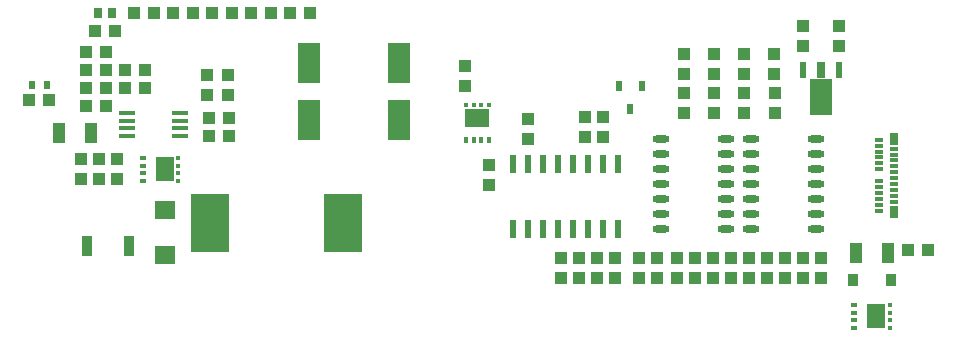
<source format=gtp>
G04*
G04 #@! TF.GenerationSoftware,Altium Limited,Altium Designer,20.1.14 (287)*
G04*
G04 Layer_Color=8421504*
%FSLAX25Y25*%
%MOIN*%
G70*
G04*
G04 #@! TF.SameCoordinates,CBDBEFF8-9AEE-4DE1-B039-B0D643503B7D*
G04*
G04*
G04 #@! TF.FilePolarity,Positive*
G04*
G01*
G75*
%ADD18R,0.12795X0.19685*%
%ADD19R,0.03937X0.04331*%
%ADD20R,0.02362X0.03150*%
%ADD21R,0.02362X0.01378*%
%ADD22R,0.01181X0.01378*%
%ADD23R,0.06221X0.08071*%
%ADD24R,0.03347X0.04134*%
%ADD25R,0.04331X0.06693*%
%ADD26R,0.04331X0.03937*%
%ADD27R,0.03150X0.03543*%
%ADD28R,0.02165X0.05807*%
%ADD29R,0.03150X0.05807*%
%ADD30R,0.07284X0.12303*%
%ADD31R,0.03543X0.07087*%
%ADD32R,0.07284X0.13386*%
%ADD33R,0.02362X0.05906*%
%ADD34O,0.05709X0.02362*%
%ADD35R,0.07087X0.06299*%
%ADD36R,0.07087X0.06299*%
%ADD37R,0.05709X0.01772*%
%ADD38R,0.08071X0.06221*%
%ADD39R,0.01378X0.01181*%
%ADD40R,0.01378X0.02362*%
%ADD41R,0.02756X0.01181*%
%ADD42R,0.02756X0.03937*%
%ADD43R,0.01968X0.03740*%
D18*
X100854Y43000D02*
D03*
X145146D02*
D03*
D19*
X289063Y79748D02*
D03*
Y86441D02*
D03*
X279000Y79654D02*
D03*
Y86347D02*
D03*
X269000Y79654D02*
D03*
Y86347D02*
D03*
X259000Y79654D02*
D03*
Y86347D02*
D03*
X186000Y95346D02*
D03*
Y88653D02*
D03*
X100000Y85654D02*
D03*
Y92347D02*
D03*
X107000Y92347D02*
D03*
Y85654D02*
D03*
X289000Y99347D02*
D03*
Y92654D02*
D03*
X279000Y99347D02*
D03*
Y92654D02*
D03*
X269000Y99347D02*
D03*
Y92654D02*
D03*
X259000Y99347D02*
D03*
Y92654D02*
D03*
X70000Y57653D02*
D03*
Y64346D02*
D03*
X58000Y57653D02*
D03*
Y64346D02*
D03*
X64000Y57653D02*
D03*
Y64346D02*
D03*
X194000Y55654D02*
D03*
Y62347D02*
D03*
X218000Y31346D02*
D03*
Y24654D02*
D03*
X236000Y31346D02*
D03*
Y24654D02*
D03*
X230000Y24654D02*
D03*
Y31346D02*
D03*
X224000Y24654D02*
D03*
Y31346D02*
D03*
X207000Y77846D02*
D03*
Y71153D02*
D03*
X292500Y24654D02*
D03*
Y31346D02*
D03*
X286500D02*
D03*
Y24654D02*
D03*
X304500D02*
D03*
Y31346D02*
D03*
X268500Y24654D02*
D03*
Y31346D02*
D03*
X262500Y24654D02*
D03*
Y31346D02*
D03*
X244000Y31346D02*
D03*
Y24654D02*
D03*
X280500D02*
D03*
Y31346D02*
D03*
X298500Y31346D02*
D03*
Y24654D02*
D03*
X274500D02*
D03*
Y31346D02*
D03*
X256500Y31346D02*
D03*
Y24654D02*
D03*
X250000Y31346D02*
D03*
Y24654D02*
D03*
X226000Y78347D02*
D03*
Y71653D02*
D03*
X232000Y78347D02*
D03*
Y71653D02*
D03*
X298500Y102154D02*
D03*
Y108846D02*
D03*
X310500Y102154D02*
D03*
Y108846D02*
D03*
D20*
X41441Y89000D02*
D03*
X46559D02*
D03*
D21*
X315700Y8161D02*
D03*
Y10721D02*
D03*
Y13280D02*
D03*
Y15839D02*
D03*
X78488Y64839D02*
D03*
Y62279D02*
D03*
Y59720D02*
D03*
Y57161D02*
D03*
D22*
X327452Y10721D02*
D03*
Y8161D02*
D03*
Y13280D02*
D03*
Y15839D02*
D03*
X90240Y64839D02*
D03*
Y62279D02*
D03*
Y57161D02*
D03*
Y59720D02*
D03*
D23*
X323000Y12000D02*
D03*
X85788Y61000D02*
D03*
D24*
X327991Y24137D02*
D03*
X315195D02*
D03*
D25*
X316324Y33168D02*
D03*
X326954D02*
D03*
X50685Y73000D02*
D03*
X61315D02*
D03*
D26*
X333653Y34000D02*
D03*
X340347D02*
D03*
X62653Y107000D02*
D03*
X69346D02*
D03*
X72654Y88000D02*
D03*
X79347D02*
D03*
X100654Y78000D02*
D03*
X107346D02*
D03*
X100654Y72000D02*
D03*
X107346D02*
D03*
X72654Y94000D02*
D03*
X79347D02*
D03*
X66347D02*
D03*
X59654D02*
D03*
X66347Y82000D02*
D03*
X59654D02*
D03*
X66347Y88000D02*
D03*
X59654D02*
D03*
X75653Y113000D02*
D03*
X82346D02*
D03*
X95346D02*
D03*
X88653D02*
D03*
X108346D02*
D03*
X101654D02*
D03*
X114654D02*
D03*
X121346D02*
D03*
X134346D02*
D03*
X127654D02*
D03*
X47346Y84000D02*
D03*
X40654D02*
D03*
X66347Y100000D02*
D03*
X59654D02*
D03*
D27*
X68362Y113000D02*
D03*
X63638D02*
D03*
D28*
X298594Y94055D02*
D03*
X310405D02*
D03*
D29*
X304500D02*
D03*
D30*
Y85000D02*
D03*
D31*
X60039Y35433D02*
D03*
X73819D02*
D03*
D32*
X164000Y96547D02*
D03*
Y77453D02*
D03*
X134000Y96547D02*
D03*
Y77453D02*
D03*
D33*
X237000Y62827D02*
D03*
X232000D02*
D03*
X227000D02*
D03*
X222000D02*
D03*
X217000D02*
D03*
X212000D02*
D03*
X207000D02*
D03*
X202000D02*
D03*
X237000Y41173D02*
D03*
X232000D02*
D03*
X227000D02*
D03*
X222000D02*
D03*
X217000D02*
D03*
X212000D02*
D03*
X207000D02*
D03*
X202000D02*
D03*
D34*
X281335Y71095D02*
D03*
Y66094D02*
D03*
Y61094D02*
D03*
Y56094D02*
D03*
Y51095D02*
D03*
Y46095D02*
D03*
Y41094D02*
D03*
X302791Y71095D02*
D03*
Y66094D02*
D03*
Y61094D02*
D03*
Y56094D02*
D03*
Y51095D02*
D03*
Y46095D02*
D03*
Y41094D02*
D03*
X251335Y71095D02*
D03*
Y66094D02*
D03*
Y61094D02*
D03*
Y56094D02*
D03*
Y51095D02*
D03*
Y46095D02*
D03*
Y41094D02*
D03*
X272791Y71095D02*
D03*
Y66094D02*
D03*
Y61094D02*
D03*
Y56094D02*
D03*
Y51095D02*
D03*
Y46095D02*
D03*
Y41094D02*
D03*
D35*
X86000Y32520D02*
D03*
D36*
Y47480D02*
D03*
D37*
X73240Y79839D02*
D03*
Y77280D02*
D03*
Y74721D02*
D03*
Y72161D02*
D03*
X90760Y79839D02*
D03*
Y77280D02*
D03*
Y74721D02*
D03*
Y72161D02*
D03*
D38*
X190000Y78000D02*
D03*
D39*
X186161Y82452D02*
D03*
X188721D02*
D03*
X193839D02*
D03*
X191279D02*
D03*
D40*
X186161Y70700D02*
D03*
X188721D02*
D03*
X191279D02*
D03*
X193839D02*
D03*
D41*
X323740Y47244D02*
D03*
Y49213D02*
D03*
Y51181D02*
D03*
Y53150D02*
D03*
Y55118D02*
D03*
Y57087D02*
D03*
Y61024D02*
D03*
Y62992D02*
D03*
Y64961D02*
D03*
Y66929D02*
D03*
Y68898D02*
D03*
Y70866D02*
D03*
X328858Y67913D02*
D03*
Y65945D02*
D03*
Y63976D02*
D03*
Y62008D02*
D03*
Y60039D02*
D03*
Y58071D02*
D03*
Y56102D02*
D03*
Y54134D02*
D03*
Y52165D02*
D03*
Y50197D02*
D03*
D42*
Y71260D02*
D03*
Y46850D02*
D03*
D43*
X241000Y81142D02*
D03*
X237260Y88858D02*
D03*
X244740D02*
D03*
M02*

</source>
